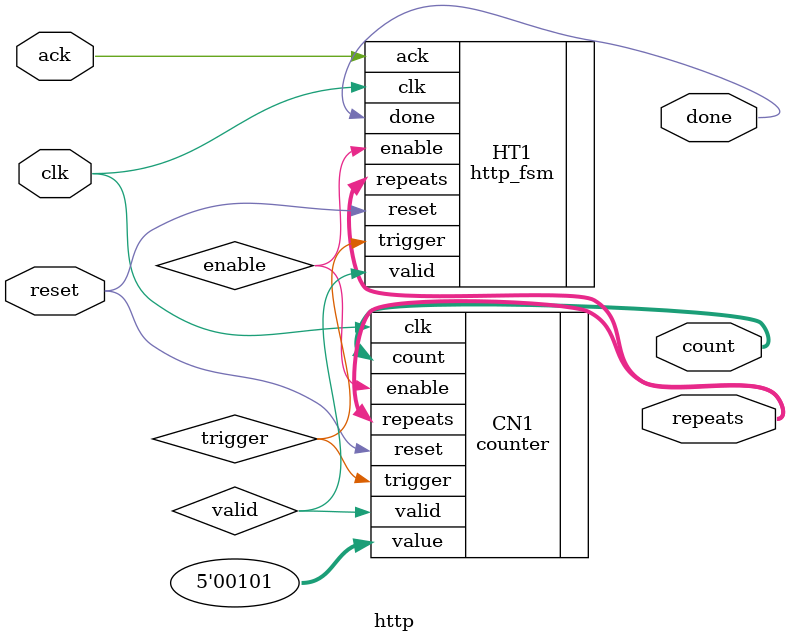
<source format=v>
module http #(
        parameter integer repeats_max = 2
    )
    (
    input clk,
    input reset,
    input ack,
    
    output done,
    output[4:0] count,
    output [1:0] repeats
);

wire trigger, enable, valid;

http_fsm #(
        .repeats_max(repeats_max)
    ) HT1 (
    .clk(clk),
    .ack(ack),
    .reset(reset),
    
    .repeats(repeats),
    .trigger(trigger),
    
    .done(done),
    .enable(enable),
    .valid(valid)
);

counter CN1 (
    .clk(clk),
    .enable(enable),
    .reset(reset),
    .valid(valid),
    .value(5'd5),
    
    .count(count),
    .repeats(repeats),
    .trigger(trigger)
);

endmodule

</source>
